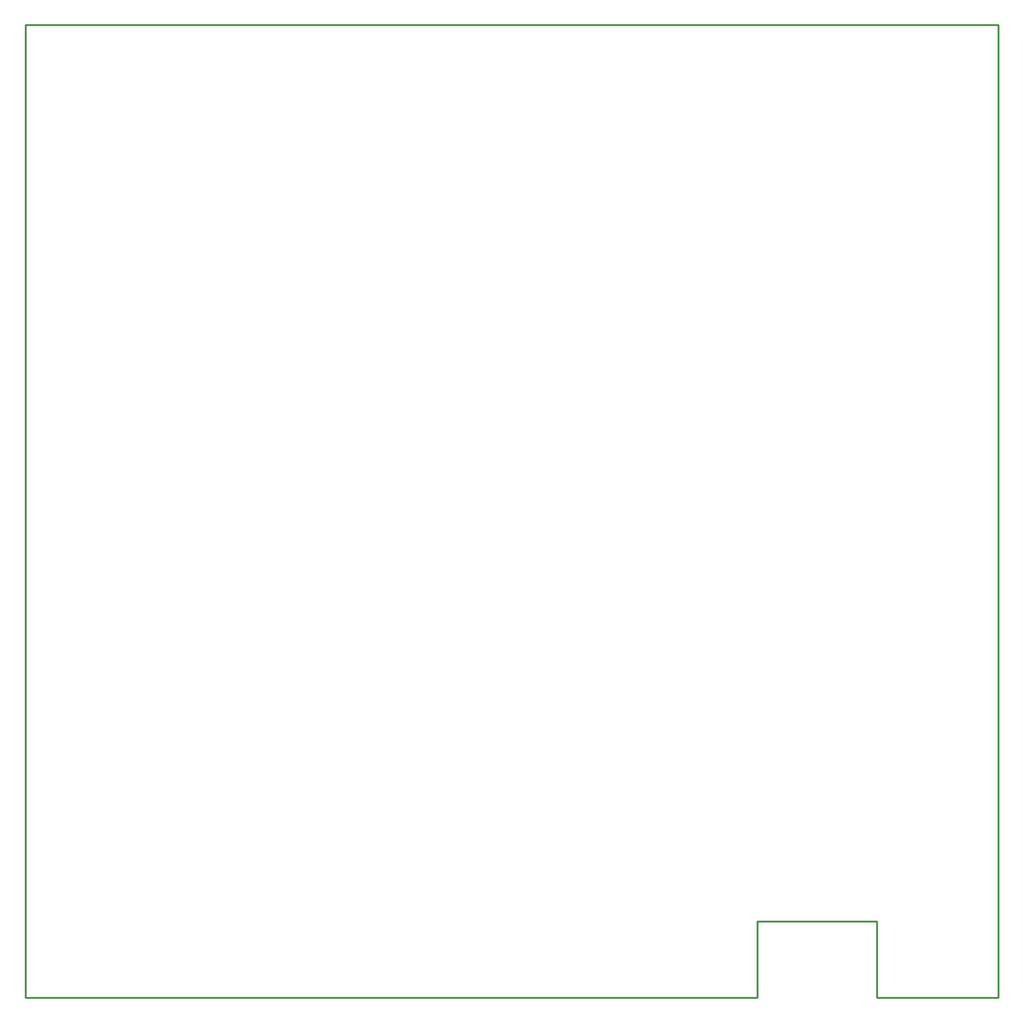
<source format=gko>
G04 ---------------------------- Layer name :KeepOutLayer *
G04 easyEDA 0.1*
G04 Scale: 100 percent, Rotated: No, Reflected: No *
G04 Dimensions in inches *
G04 leading zeros omitted , absolute positions ,2 integer and 4 * 
%FSLAX24Y24*%
%MOIN*%
G90*
G70D02*

%ADD10C,0.010000*%
G54D10*
G01X0Y102000D02*
G01X51000Y102000D01*
G01X51000Y51000D01*
G01X44625Y51000D01*
G01X44625Y55000D01*
G01X38375Y55000D01*
G01X38375Y51000D01*
G01X0Y51000D01*
G01X0Y102000D01*

%LPD*%

M00*
M02*
</source>
